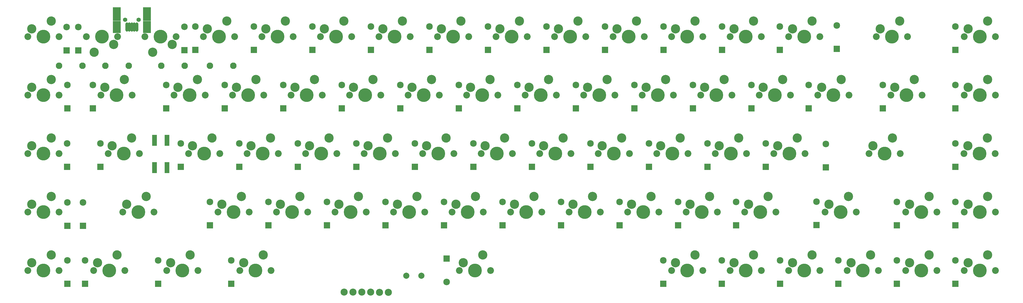
<source format=gbs>
G04 #@! TF.FileFunction,Soldermask,Bot*
%FSLAX46Y46*%
G04 Gerber Fmt 4.6, Leading zero omitted, Abs format (unit mm)*
G04 Created by KiCad (PCBNEW 4.0.2-stable) date Tuesday, August 23, 2016 'AMt' 01:09:47 AM*
%MOMM*%
G01*
G04 APERTURE LIST*
%ADD10C,0.020000*%
%ADD11R,2.557780X4.508500*%
%ADD12R,2.557780X4.008120*%
%ADD13O,1.008400X3.008000*%
%ADD14C,1.408000*%
%ADD15C,2.108000*%
%ADD16R,1.508000X3.608000*%
%ADD17C,2.009140*%
%ADD18C,4.488180*%
%ADD19C,3.007360*%
%ADD20C,2.207260*%
%ADD21C,2.159000*%
%ADD22R,2.159000X2.159000*%
%ADD23C,2.308000*%
G04 APERTURE END LIST*
D10*
D11*
X142491460Y-155008580D03*
X132641340Y-155008580D03*
D12*
X132641340Y-159260540D03*
X142491460Y-159260540D03*
D13*
X137566400Y-159260500D03*
X136766300Y-159260500D03*
X135966200Y-159260500D03*
X138366500Y-159260500D03*
X139166600Y-159260500D03*
D14*
X135366400Y-156909600D03*
X139766400Y-156909600D03*
D15*
X163017200Y-171907200D03*
X170637200Y-171907200D03*
D16*
X148965900Y-205059200D03*
X144965400Y-196159200D03*
X148963400Y-196159200D03*
X144965400Y-205059200D03*
D17*
X226921060Y-240284000D03*
X231802940Y-240284000D03*
D18*
X108762800Y-238607600D03*
D19*
X111302800Y-233527600D03*
X104952800Y-236067600D03*
D20*
X103682800Y-238607600D03*
X113842800Y-238607600D03*
D18*
X130200400Y-238633000D03*
D19*
X132740400Y-233553000D03*
X126390400Y-236093000D03*
D20*
X125120400Y-238633000D03*
X135280400Y-238633000D03*
D18*
X177825400Y-238607600D03*
D19*
X180365400Y-233527600D03*
X174015400Y-236067600D03*
D20*
X172745400Y-238607600D03*
X182905400Y-238607600D03*
D18*
X318312800Y-238607600D03*
D19*
X320852800Y-233527600D03*
X314502800Y-236067600D03*
D20*
X313232800Y-238607600D03*
X323392800Y-238607600D03*
D18*
X337362800Y-238607600D03*
D19*
X339902800Y-233527600D03*
X333552800Y-236067600D03*
D20*
X332282800Y-238607600D03*
X342442800Y-238607600D03*
D18*
X356412800Y-238607600D03*
D19*
X358952800Y-233527600D03*
X352602800Y-236067600D03*
D20*
X351332800Y-238607600D03*
X361492800Y-238607600D03*
D18*
X375462800Y-238607600D03*
D19*
X378002800Y-233527600D03*
X371652800Y-236067600D03*
D20*
X370382800Y-238607600D03*
X380542800Y-238607600D03*
D18*
X394512800Y-238607600D03*
D19*
X397052800Y-233527600D03*
X390702800Y-236067600D03*
D20*
X389432800Y-238607600D03*
X399592800Y-238607600D03*
D18*
X413562800Y-238607600D03*
D19*
X416102800Y-233527600D03*
X409752800Y-236067600D03*
D20*
X408482800Y-238607600D03*
X418642800Y-238607600D03*
D18*
X108762800Y-219557600D03*
D19*
X111302800Y-214477600D03*
X104952800Y-217017600D03*
D20*
X103682800Y-219557600D03*
X113842800Y-219557600D03*
D18*
X139725400Y-219557600D03*
D19*
X142265400Y-214477600D03*
X135915400Y-217017600D03*
D20*
X134645400Y-219557600D03*
X144805400Y-219557600D03*
D18*
X170662600Y-219557600D03*
D19*
X173202600Y-214477600D03*
X166852600Y-217017600D03*
D20*
X165582600Y-219557600D03*
X175742600Y-219557600D03*
D18*
X189712600Y-219557600D03*
D19*
X192252600Y-214477600D03*
X185902600Y-217017600D03*
D20*
X184632600Y-219557600D03*
X194792600Y-219557600D03*
D18*
X208762600Y-219557600D03*
D19*
X211302600Y-214477600D03*
X204952600Y-217017600D03*
D20*
X203682600Y-219557600D03*
X213842600Y-219557600D03*
D18*
X227812600Y-219557600D03*
D19*
X230352600Y-214477600D03*
X224002600Y-217017600D03*
D20*
X222732600Y-219557600D03*
X232892600Y-219557600D03*
D18*
X246862600Y-219557600D03*
D19*
X249402600Y-214477600D03*
X243052600Y-217017600D03*
D20*
X241782600Y-219557600D03*
X251942600Y-219557600D03*
D18*
X265912600Y-219557600D03*
D19*
X268452600Y-214477600D03*
X262102600Y-217017600D03*
D20*
X260832600Y-219557600D03*
X270992600Y-219557600D03*
D18*
X284962600Y-219557600D03*
D19*
X287502600Y-214477600D03*
X281152600Y-217017600D03*
D20*
X279882600Y-219557600D03*
X290042600Y-219557600D03*
D18*
X304012600Y-219557600D03*
D19*
X306552600Y-214477600D03*
X300202600Y-217017600D03*
D20*
X298932600Y-219557600D03*
X309092600Y-219557600D03*
D18*
X323062600Y-219557600D03*
D19*
X325602600Y-214477600D03*
X319252600Y-217017600D03*
D20*
X317982600Y-219557600D03*
X328142600Y-219557600D03*
D18*
X342112600Y-219557600D03*
D19*
X344652600Y-214477600D03*
X338302600Y-217017600D03*
D20*
X337032600Y-219557600D03*
X347192600Y-219557600D03*
D18*
X368300000Y-219557600D03*
D19*
X370840000Y-214477600D03*
X364490000Y-217017600D03*
D20*
X363220000Y-219557600D03*
X373380000Y-219557600D03*
D18*
X394512800Y-219557600D03*
D19*
X397052800Y-214477600D03*
X390702800Y-217017600D03*
D20*
X389432800Y-219557600D03*
X399592800Y-219557600D03*
D18*
X413562800Y-219557600D03*
D19*
X416102800Y-214477600D03*
X409752800Y-217017600D03*
D20*
X408482800Y-219557600D03*
X418642800Y-219557600D03*
D18*
X108762800Y-200507600D03*
D19*
X111302800Y-195427600D03*
X104952800Y-197967600D03*
D20*
X103682800Y-200507600D03*
X113842800Y-200507600D03*
D18*
X134950200Y-200507600D03*
D19*
X137490200Y-195427600D03*
X131140200Y-197967600D03*
D20*
X129870200Y-200507600D03*
X140030200Y-200507600D03*
D18*
X161137600Y-200507600D03*
D19*
X163677600Y-195427600D03*
X157327600Y-197967600D03*
D20*
X156057600Y-200507600D03*
X166217600Y-200507600D03*
D18*
X180187600Y-200507600D03*
D19*
X182727600Y-195427600D03*
X176377600Y-197967600D03*
D20*
X175107600Y-200507600D03*
X185267600Y-200507600D03*
D18*
X199237600Y-200507600D03*
D19*
X201777600Y-195427600D03*
X195427600Y-197967600D03*
D20*
X194157600Y-200507600D03*
X204317600Y-200507600D03*
D18*
X218287600Y-200507600D03*
D19*
X220827600Y-195427600D03*
X214477600Y-197967600D03*
D20*
X213207600Y-200507600D03*
X223367600Y-200507600D03*
D18*
X237337600Y-200507600D03*
D19*
X239877600Y-195427600D03*
X233527600Y-197967600D03*
D20*
X232257600Y-200507600D03*
X242417600Y-200507600D03*
D18*
X256387600Y-200507600D03*
D19*
X258927600Y-195427600D03*
X252577600Y-197967600D03*
D20*
X251307600Y-200507600D03*
X261467600Y-200507600D03*
D18*
X275437600Y-200507600D03*
D19*
X277977600Y-195427600D03*
X271627600Y-197967600D03*
D20*
X270357600Y-200507600D03*
X280517600Y-200507600D03*
D18*
X294487600Y-200507600D03*
D19*
X297027600Y-195427600D03*
X290677600Y-197967600D03*
D20*
X289407600Y-200507600D03*
X299567600Y-200507600D03*
D18*
X313537600Y-200507600D03*
D19*
X316077600Y-195427600D03*
X309727600Y-197967600D03*
D20*
X308457600Y-200507600D03*
X318617600Y-200507600D03*
D18*
X332587600Y-200507600D03*
D19*
X335127600Y-195427600D03*
X328777600Y-197967600D03*
D20*
X327507600Y-200507600D03*
X337667600Y-200507600D03*
D18*
X351637600Y-200507600D03*
D19*
X354177600Y-195427600D03*
X347827600Y-197967600D03*
D20*
X346557600Y-200507600D03*
X356717600Y-200507600D03*
D18*
X382600200Y-200507600D03*
D19*
X385140200Y-195427600D03*
X378790200Y-197967600D03*
D20*
X377520200Y-200507600D03*
X387680200Y-200507600D03*
D18*
X413537400Y-200507600D03*
D19*
X416077400Y-195427600D03*
X409727400Y-197967600D03*
D20*
X408457400Y-200507600D03*
X418617400Y-200507600D03*
D18*
X108762800Y-181457600D03*
D19*
X111302800Y-176377600D03*
X104952800Y-178917600D03*
D20*
X103682800Y-181457600D03*
X113842800Y-181457600D03*
D18*
X132562600Y-181457600D03*
D19*
X135102600Y-176377600D03*
X128752600Y-178917600D03*
D20*
X127482600Y-181457600D03*
X137642600Y-181457600D03*
D18*
X156387800Y-181457600D03*
D19*
X158927800Y-176377600D03*
X152577800Y-178917600D03*
D20*
X151307800Y-181457600D03*
X161467800Y-181457600D03*
D18*
X175437800Y-181457600D03*
D19*
X177977800Y-176377600D03*
X171627800Y-178917600D03*
D20*
X170357800Y-181457600D03*
X180517800Y-181457600D03*
D18*
X194487800Y-181457600D03*
D19*
X197027800Y-176377600D03*
X190677800Y-178917600D03*
D20*
X189407800Y-181457600D03*
X199567800Y-181457600D03*
D18*
X213537800Y-181457600D03*
D19*
X216077800Y-176377600D03*
X209727800Y-178917600D03*
D20*
X208457800Y-181457600D03*
X218617800Y-181457600D03*
D18*
X232587800Y-181457600D03*
D19*
X235127800Y-176377600D03*
X228777800Y-178917600D03*
D20*
X227507800Y-181457600D03*
X237667800Y-181457600D03*
D18*
X251637800Y-181457600D03*
D19*
X254177800Y-176377600D03*
X247827800Y-178917600D03*
D20*
X246557800Y-181457600D03*
X256717800Y-181457600D03*
D18*
X270687800Y-181457600D03*
D19*
X273227800Y-176377600D03*
X266877800Y-178917600D03*
D20*
X265607800Y-181457600D03*
X275767800Y-181457600D03*
D18*
X289737800Y-181457600D03*
D19*
X292277800Y-176377600D03*
X285927800Y-178917600D03*
D20*
X284657800Y-181457600D03*
X294817800Y-181457600D03*
D18*
X308787800Y-181457600D03*
D19*
X311327800Y-176377600D03*
X304977800Y-178917600D03*
D20*
X303707800Y-181457600D03*
X313867800Y-181457600D03*
D18*
X327837800Y-181457600D03*
D19*
X330377800Y-176377600D03*
X324027800Y-178917600D03*
D20*
X322757800Y-181457600D03*
X332917800Y-181457600D03*
D18*
X346887800Y-181457600D03*
D19*
X349427800Y-176377600D03*
X343077800Y-178917600D03*
D20*
X341807800Y-181457600D03*
X351967800Y-181457600D03*
D18*
X365937800Y-181457600D03*
D19*
X368477800Y-176377600D03*
X362127800Y-178917600D03*
D20*
X360857800Y-181457600D03*
X371017800Y-181457600D03*
D18*
X389737600Y-181457600D03*
D19*
X392277600Y-176377600D03*
X385927600Y-178917600D03*
D20*
X384657600Y-181457600D03*
X394817600Y-181457600D03*
D18*
X413562800Y-181457600D03*
D19*
X416102800Y-176377600D03*
X409752800Y-178917600D03*
D20*
X408482800Y-181457600D03*
X418642800Y-181457600D03*
D18*
X108762800Y-162407600D03*
D19*
X111302800Y-157327600D03*
X104952800Y-159867600D03*
D20*
X103682800Y-162407600D03*
X113842800Y-162407600D03*
D18*
X127812800Y-162407600D03*
D19*
X125272800Y-167487600D03*
X131622800Y-164947600D03*
D20*
X132892800Y-162407600D03*
X122732800Y-162407600D03*
D18*
X146862800Y-162407600D03*
D19*
X144322800Y-167487600D03*
X150672800Y-164947600D03*
D20*
X151942800Y-162407600D03*
X141782800Y-162407600D03*
D18*
X165912800Y-162407600D03*
D19*
X168452800Y-157327600D03*
X162102800Y-159867600D03*
D20*
X160832800Y-162407600D03*
X170992800Y-162407600D03*
D18*
X184962800Y-162407600D03*
D19*
X187502800Y-157327600D03*
X181152800Y-159867600D03*
D20*
X179882800Y-162407600D03*
X190042800Y-162407600D03*
D18*
X204012800Y-162407600D03*
D19*
X206552800Y-157327600D03*
X200202800Y-159867600D03*
D20*
X198932800Y-162407600D03*
X209092800Y-162407600D03*
D18*
X223062800Y-162407600D03*
D19*
X225602800Y-157327600D03*
X219252800Y-159867600D03*
D20*
X217982800Y-162407600D03*
X228142800Y-162407600D03*
D18*
X242112800Y-162407600D03*
D19*
X244652800Y-157327600D03*
X238302800Y-159867600D03*
D20*
X237032800Y-162407600D03*
X247192800Y-162407600D03*
D18*
X261162800Y-162407600D03*
D19*
X263702800Y-157327600D03*
X257352800Y-159867600D03*
D20*
X256082800Y-162407600D03*
X266242800Y-162407600D03*
D18*
X280212800Y-162407600D03*
D19*
X282752800Y-157327600D03*
X276402800Y-159867600D03*
D20*
X275132800Y-162407600D03*
X285292800Y-162407600D03*
D18*
X299262800Y-162407600D03*
D19*
X301802800Y-157327600D03*
X295452800Y-159867600D03*
D20*
X294182800Y-162407600D03*
X304342800Y-162407600D03*
D18*
X318312800Y-162407600D03*
D19*
X320852800Y-157327600D03*
X314502800Y-159867600D03*
D20*
X313232800Y-162407600D03*
X323392800Y-162407600D03*
D18*
X337362800Y-162407600D03*
D19*
X339902800Y-157327600D03*
X333552800Y-159867600D03*
D20*
X332282800Y-162407600D03*
X342442800Y-162407600D03*
D18*
X356412800Y-162407600D03*
D19*
X358952800Y-157327600D03*
X352602800Y-159867600D03*
D20*
X351332800Y-162407600D03*
X361492800Y-162407600D03*
D18*
X384987800Y-162407600D03*
D19*
X387527800Y-157327600D03*
X381177800Y-159867600D03*
D20*
X379907800Y-162407600D03*
X390067800Y-162407600D03*
D18*
X413562800Y-162407600D03*
D19*
X416102800Y-157327600D03*
X409752800Y-159867600D03*
D20*
X408482800Y-162407600D03*
X418642800Y-162407600D03*
D18*
X249250200Y-238607600D03*
D19*
X251790200Y-233527600D03*
X245440200Y-236067600D03*
D20*
X244170200Y-238607600D03*
X254330200Y-238607600D03*
D21*
X116586000Y-235331000D03*
D22*
X116586000Y-242951000D03*
D21*
X122301000Y-235331000D03*
D22*
X122301000Y-242951000D03*
D21*
X146113500Y-235331000D03*
D22*
X146113500Y-242951000D03*
D21*
X169926000Y-235331000D03*
D22*
X169926000Y-242951000D03*
D21*
X240030000Y-242316000D03*
D22*
X240030000Y-234696000D03*
D21*
X310578500Y-235331000D03*
D22*
X310578500Y-242951000D03*
D21*
X329565000Y-235331000D03*
D22*
X329565000Y-242951000D03*
D21*
X348551500Y-235331000D03*
D22*
X348551500Y-242951000D03*
D21*
X367538000Y-235331000D03*
D22*
X367538000Y-242951000D03*
D21*
X386588000Y-235331000D03*
D22*
X386588000Y-242951000D03*
D21*
X405638000Y-235331000D03*
D22*
X405638000Y-242951000D03*
D21*
X116586000Y-216408000D03*
D22*
X116586000Y-224028000D03*
D21*
X121666000Y-216408000D03*
D22*
X121666000Y-224028000D03*
D21*
X163004500Y-216281000D03*
D22*
X163004500Y-223901000D03*
D21*
X182054500Y-216281000D03*
D22*
X182054500Y-223901000D03*
D21*
X201104500Y-216281000D03*
D22*
X201104500Y-223901000D03*
D21*
X220154500Y-216281000D03*
D22*
X220154500Y-223901000D03*
D21*
X239204500Y-216281000D03*
D22*
X239204500Y-223901000D03*
D21*
X258254500Y-216281000D03*
D22*
X258254500Y-223901000D03*
D21*
X277304500Y-216281000D03*
D22*
X277304500Y-223901000D03*
D21*
X296354500Y-216281000D03*
D22*
X296354500Y-223901000D03*
D21*
X315404500Y-216281000D03*
D22*
X315404500Y-223901000D03*
D21*
X334264000Y-216281000D03*
D22*
X334264000Y-223901000D03*
D21*
X360426000Y-216154000D03*
D22*
X360426000Y-223774000D03*
D21*
X386588000Y-216281000D03*
D22*
X386588000Y-223901000D03*
D21*
X405638000Y-216281000D03*
D22*
X405638000Y-223901000D03*
D21*
X116522500Y-197231000D03*
D22*
X116522500Y-204851000D03*
D21*
X127317500Y-197231000D03*
D22*
X127317500Y-204851000D03*
D21*
X153479500Y-197231000D03*
D22*
X153479500Y-204851000D03*
D21*
X172529500Y-197231000D03*
D22*
X172529500Y-204851000D03*
D21*
X191579500Y-197231000D03*
D22*
X191579500Y-204851000D03*
D21*
X210629500Y-197231000D03*
D22*
X210629500Y-204851000D03*
D21*
X229679500Y-197231000D03*
D22*
X229679500Y-204851000D03*
D21*
X248729500Y-197231000D03*
D22*
X248729500Y-204851000D03*
D21*
X267779500Y-197231000D03*
D22*
X267779500Y-204851000D03*
D21*
X286829500Y-197231000D03*
D22*
X286829500Y-204851000D03*
D21*
X305879500Y-197231000D03*
D22*
X305879500Y-204851000D03*
D21*
X324929500Y-197231000D03*
D22*
X324929500Y-204851000D03*
D21*
X343916000Y-197231000D03*
D22*
X343916000Y-204851000D03*
D21*
X363474000Y-197358000D03*
D22*
X363474000Y-204978000D03*
D21*
X405638000Y-197231000D03*
D22*
X405638000Y-204851000D03*
D21*
X116586000Y-178181000D03*
D22*
X116586000Y-185801000D03*
D21*
X124841000Y-178181000D03*
D22*
X124841000Y-185801000D03*
D21*
X148717000Y-178181000D03*
D22*
X148717000Y-185801000D03*
D21*
X167767000Y-178181000D03*
D22*
X167767000Y-185801000D03*
D21*
X186817000Y-178181000D03*
D22*
X186817000Y-185801000D03*
D21*
X205867000Y-178181000D03*
D22*
X205867000Y-185801000D03*
D21*
X224917000Y-178181000D03*
D22*
X224917000Y-185801000D03*
D21*
X243967000Y-178181000D03*
D22*
X243967000Y-185801000D03*
D21*
X263017000Y-178181000D03*
D22*
X263017000Y-185801000D03*
D21*
X282067000Y-178181000D03*
D22*
X282067000Y-185801000D03*
D21*
X301117000Y-178181000D03*
D22*
X301117000Y-185801000D03*
D21*
X320167000Y-178181000D03*
D22*
X320167000Y-185801000D03*
D21*
X339217000Y-178181000D03*
D22*
X339217000Y-185801000D03*
D21*
X357886000Y-178181000D03*
D22*
X357886000Y-185801000D03*
D21*
X382016000Y-178181000D03*
D22*
X382016000Y-185801000D03*
D21*
X405638000Y-178181000D03*
D22*
X405638000Y-185801000D03*
D21*
X116332000Y-159258000D03*
D22*
X116332000Y-166878000D03*
D21*
X120142000Y-159258000D03*
D22*
X120142000Y-166878000D03*
D21*
X154686000Y-159156400D03*
D22*
X154686000Y-166776400D03*
D21*
X158242000Y-159131000D03*
D22*
X158242000Y-166751000D03*
D21*
X177292000Y-159131000D03*
D22*
X177292000Y-166751000D03*
D21*
X196342000Y-159131000D03*
D22*
X196342000Y-166751000D03*
D21*
X215392000Y-159131000D03*
D22*
X215392000Y-166751000D03*
D21*
X234442000Y-159131000D03*
D22*
X234442000Y-166751000D03*
D21*
X253492000Y-159131000D03*
D22*
X253492000Y-166751000D03*
D21*
X272542000Y-159131000D03*
D22*
X272542000Y-166751000D03*
D21*
X291592000Y-159131000D03*
D22*
X291592000Y-166751000D03*
D21*
X310642000Y-159131000D03*
D22*
X310642000Y-166751000D03*
D21*
X329692000Y-159131000D03*
D22*
X329692000Y-166751000D03*
D21*
X348488000Y-159131000D03*
D22*
X348488000Y-166751000D03*
D21*
X367030000Y-158750000D03*
D22*
X367030000Y-166370000D03*
D21*
X405638000Y-159131000D03*
D22*
X405638000Y-166751000D03*
D15*
X113842800Y-171907200D03*
X121462800Y-171907200D03*
X128930400Y-171907200D03*
X136550400Y-171907200D03*
X147167600Y-171907200D03*
X154787600Y-171907200D03*
D18*
X154000200Y-238607600D03*
D19*
X156540200Y-233527600D03*
X150190200Y-236067600D03*
D20*
X148920200Y-238607600D03*
X159080200Y-238607600D03*
D23*
X206705200Y-245643400D03*
X215315800Y-245643400D03*
X209575400Y-245643400D03*
X218186000Y-245668800D03*
X212445600Y-245643400D03*
X221056200Y-245668800D03*
M02*

</source>
